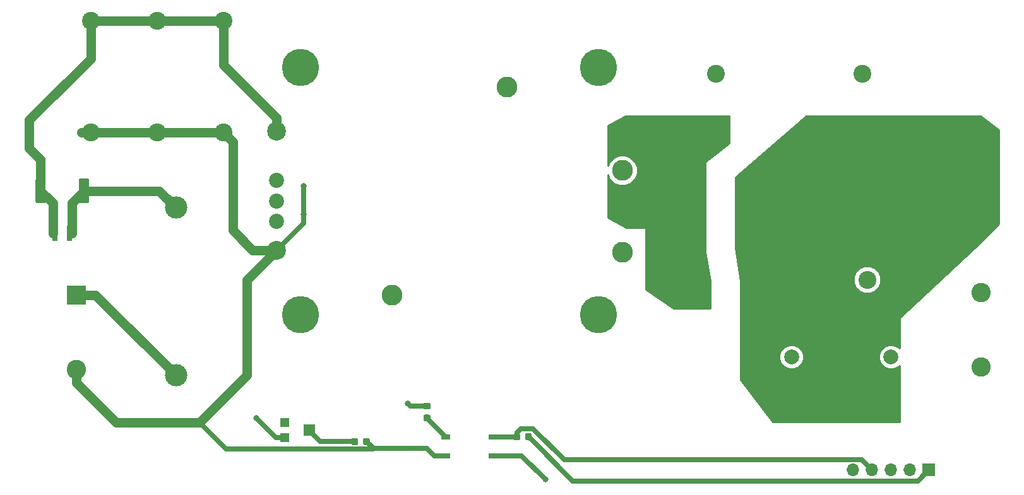
<source format=gbr>
G04 #@! TF.GenerationSoftware,KiCad,Pcbnew,(5.0.2)-1*
G04 #@! TF.CreationDate,2019-02-08T17:58:05-05:00*
G04 #@! TF.ProjectId,DC_DCBoard,44435f44-4342-46f6-9172-642e6b696361,rev?*
G04 #@! TF.SameCoordinates,Original*
G04 #@! TF.FileFunction,Copper,L1,Top*
G04 #@! TF.FilePolarity,Positive*
%FSLAX46Y46*%
G04 Gerber Fmt 4.6, Leading zero omitted, Abs format (unit mm)*
G04 Created by KiCad (PCBNEW (5.0.2)-1) date 2/8/2019 5:58:05 PM*
%MOMM*%
%LPD*%
G01*
G04 APERTURE LIST*
G04 #@! TA.AperFunction,ComponentPad*
%ADD10C,3.000000*%
G04 #@! TD*
G04 #@! TA.AperFunction,ComponentPad*
%ADD11C,4.990000*%
G04 #@! TD*
G04 #@! TA.AperFunction,ComponentPad*
%ADD12C,2.790000*%
G04 #@! TD*
G04 #@! TA.AperFunction,ComponentPad*
%ADD13C,2.020000*%
G04 #@! TD*
G04 #@! TA.AperFunction,ComponentPad*
%ADD14C,2.530000*%
G04 #@! TD*
G04 #@! TA.AperFunction,ComponentPad*
%ADD15C,2.400000*%
G04 #@! TD*
G04 #@! TA.AperFunction,ComponentPad*
%ADD16R,2.400000X2.400000*%
G04 #@! TD*
G04 #@! TA.AperFunction,ComponentPad*
%ADD17C,2.000000*%
G04 #@! TD*
G04 #@! TA.AperFunction,ComponentPad*
%ADD18R,2.000000X2.000000*%
G04 #@! TD*
G04 #@! TA.AperFunction,ComponentPad*
%ADD19C,2.600000*%
G04 #@! TD*
G04 #@! TA.AperFunction,ComponentPad*
%ADD20R,2.600000X2.600000*%
G04 #@! TD*
G04 #@! TA.AperFunction,SMDPad,CuDef*
%ADD21R,0.800000X2.000000*%
G04 #@! TD*
G04 #@! TA.AperFunction,SMDPad,CuDef*
%ADD22R,3.300000X3.300000*%
G04 #@! TD*
G04 #@! TA.AperFunction,Conductor*
%ADD23C,0.100000*%
G04 #@! TD*
G04 #@! TA.AperFunction,SMDPad,CuDef*
%ADD24C,1.350000*%
G04 #@! TD*
G04 #@! TA.AperFunction,SMDPad,CuDef*
%ADD25C,0.875000*%
G04 #@! TD*
G04 #@! TA.AperFunction,ComponentPad*
%ADD26O,1.700000X1.700000*%
G04 #@! TD*
G04 #@! TA.AperFunction,ComponentPad*
%ADD27R,1.700000X1.700000*%
G04 #@! TD*
G04 #@! TA.AperFunction,SMDPad,CuDef*
%ADD28R,1.500000X1.600000*%
G04 #@! TD*
G04 #@! TA.AperFunction,SMDPad,CuDef*
%ADD29R,1.200000X1.200000*%
G04 #@! TD*
G04 #@! TA.AperFunction,SMDPad,CuDef*
%ADD30R,1.200000X0.800000*%
G04 #@! TD*
G04 #@! TA.AperFunction,ViaPad*
%ADD31C,0.800000*%
G04 #@! TD*
G04 #@! TA.AperFunction,Conductor*
%ADD32C,1.270000*%
G04 #@! TD*
G04 #@! TA.AperFunction,Conductor*
%ADD33C,0.635000*%
G04 #@! TD*
G04 #@! TA.AperFunction,Conductor*
%ADD34C,0.254000*%
G04 #@! TD*
G04 APERTURE END LIST*
D10*
G04 #@! TO.P,F1,1*
G04 #@! TO.N,Net-(F1-Pad1)*
X81280000Y-118745000D03*
G04 #@! TO.P,F1,2*
G04 #@! TO.N,/HV+*
X81280000Y-96245000D03*
G04 #@! TD*
D11*
G04 #@! TO.P,U1,*
G04 #@! TO.N,*
X97955000Y-110580000D03*
X97955000Y-77380000D03*
X137955000Y-110580000D03*
X137955000Y-77380000D03*
D12*
X110245000Y-107950000D03*
X125665000Y-80010000D03*
G04 #@! TO.P,U1,9*
G04 #@! TO.N,Net-(C6-Pad1)*
X141145000Y-85730000D03*
G04 #@! TO.P,U1,8*
G04 #@! TO.N,GND*
X141145000Y-91230000D03*
G04 #@! TO.P,U1,7*
G04 #@! TO.N,Net-(C6-Pad1)*
X141145000Y-96730000D03*
G04 #@! TO.P,U1,6*
G04 #@! TO.N,GND*
X141145000Y-102230000D03*
D13*
G04 #@! TO.P,U1,4*
G04 #@! TO.N,/FAULT*
X94765000Y-98110000D03*
G04 #@! TO.P,U1,3*
G04 #@! TO.N,/EN*
X94765000Y-95360000D03*
G04 #@! TO.P,U1,2*
G04 #@! TO.N,/TRIM*
X94765000Y-92600000D03*
D14*
G04 #@! TO.P,U1,5*
G04 #@! TO.N,/HV-*
X94765000Y-101980000D03*
G04 #@! TO.P,U1,1*
G04 #@! TO.N,Net-(C1-Pad1)*
X94765000Y-85980000D03*
G04 #@! TD*
D15*
G04 #@! TO.P,C1,2*
G04 #@! TO.N,/HV-*
X87630000Y-86120000D03*
G04 #@! TO.P,C1,1*
G04 #@! TO.N,Net-(C1-Pad1)*
X87630000Y-71120000D03*
G04 #@! TD*
G04 #@! TO.P,C2,2*
G04 #@! TO.N,/HV-*
X69850000Y-86120000D03*
G04 #@! TO.P,C2,1*
G04 #@! TO.N,Net-(C1-Pad1)*
X69850000Y-71120000D03*
G04 #@! TD*
G04 #@! TO.P,C3,2*
G04 #@! TO.N,/HV-*
X78740000Y-86120000D03*
G04 #@! TO.P,C3,1*
G04 #@! TO.N,Net-(C1-Pad1)*
X78740000Y-71120000D03*
G04 #@! TD*
G04 #@! TO.P,C6,2*
G04 #@! TO.N,GND*
X153670000Y-78225000D03*
D16*
G04 #@! TO.P,C6,1*
G04 #@! TO.N,Net-(C6-Pad1)*
X153670000Y-85725000D03*
G04 #@! TD*
D15*
G04 #@! TO.P,C7,2*
G04 #@! TO.N,GND*
X173355000Y-78225000D03*
D16*
G04 #@! TO.P,C7,1*
G04 #@! TO.N,+12V*
X173355000Y-85725000D03*
G04 #@! TD*
D15*
G04 #@! TO.P,C8,2*
G04 #@! TO.N,GND*
X173990000Y-105925000D03*
D16*
G04 #@! TO.P,C8,1*
G04 #@! TO.N,+12V*
X173990000Y-98425000D03*
G04 #@! TD*
D17*
G04 #@! TO.P,C9,2*
G04 #@! TO.N,GND*
X177165000Y-116285000D03*
D18*
G04 #@! TO.P,C9,1*
G04 #@! TO.N,+12V*
X177165000Y-121285000D03*
G04 #@! TD*
D17*
G04 #@! TO.P,C11,2*
G04 #@! TO.N,GND*
X163830000Y-116285000D03*
D18*
G04 #@! TO.P,C11,1*
G04 #@! TO.N,+12V*
X163830000Y-121285000D03*
G04 #@! TD*
D19*
G04 #@! TO.P,J1,2*
G04 #@! TO.N,/HV-*
X67945000Y-117950000D03*
D20*
G04 #@! TO.P,J1,1*
G04 #@! TO.N,Net-(F1-Pad1)*
X67945000Y-107950000D03*
G04 #@! TD*
D19*
G04 #@! TO.P,J2,4*
G04 #@! TO.N,GND*
X189230000Y-117630000D03*
G04 #@! TO.P,J2,3*
X189230000Y-107630000D03*
G04 #@! TO.P,J2,2*
G04 #@! TO.N,+12V*
X189230000Y-97630000D03*
D20*
G04 #@! TO.P,J2,1*
X189230000Y-87630000D03*
G04 #@! TD*
D21*
G04 #@! TO.P,L1,2*
G04 #@! TO.N,Net-(C1-Pad1)*
X65040000Y-99695000D03*
G04 #@! TO.P,L1,1*
G04 #@! TO.N,/HV+*
X67040000Y-99695000D03*
G04 #@! TD*
D22*
G04 #@! TO.P,L2,2*
G04 #@! TO.N,+12V*
X158240000Y-99695000D03*
G04 #@! TO.P,L2,1*
G04 #@! TO.N,Net-(C6-Pad1)*
X150370000Y-99695000D03*
G04 #@! TD*
D23*
G04 #@! TO.N,/HV+*
G04 #@! TO.C,R1*
G36*
X69389505Y-92306204D02*
X69413773Y-92309804D01*
X69437572Y-92315765D01*
X69460671Y-92324030D01*
X69482850Y-92334520D01*
X69503893Y-92347132D01*
X69523599Y-92361747D01*
X69541777Y-92378223D01*
X69558253Y-92396401D01*
X69572868Y-92416107D01*
X69585480Y-92437150D01*
X69595970Y-92459329D01*
X69604235Y-92482428D01*
X69610196Y-92506227D01*
X69613796Y-92530495D01*
X69615000Y-92554999D01*
X69615000Y-95405001D01*
X69613796Y-95429505D01*
X69610196Y-95453773D01*
X69604235Y-95477572D01*
X69595970Y-95500671D01*
X69585480Y-95522850D01*
X69572868Y-95543893D01*
X69558253Y-95563599D01*
X69541777Y-95581777D01*
X69523599Y-95598253D01*
X69503893Y-95612868D01*
X69482850Y-95625480D01*
X69460671Y-95635970D01*
X69437572Y-95644235D01*
X69413773Y-95650196D01*
X69389505Y-95653796D01*
X69365001Y-95655000D01*
X68514999Y-95655000D01*
X68490495Y-95653796D01*
X68466227Y-95650196D01*
X68442428Y-95644235D01*
X68419329Y-95635970D01*
X68397150Y-95625480D01*
X68376107Y-95612868D01*
X68356401Y-95598253D01*
X68338223Y-95581777D01*
X68321747Y-95563599D01*
X68307132Y-95543893D01*
X68294520Y-95522850D01*
X68284030Y-95500671D01*
X68275765Y-95477572D01*
X68269804Y-95453773D01*
X68266204Y-95429505D01*
X68265000Y-95405001D01*
X68265000Y-92554999D01*
X68266204Y-92530495D01*
X68269804Y-92506227D01*
X68275765Y-92482428D01*
X68284030Y-92459329D01*
X68294520Y-92437150D01*
X68307132Y-92416107D01*
X68321747Y-92396401D01*
X68338223Y-92378223D01*
X68356401Y-92361747D01*
X68376107Y-92347132D01*
X68397150Y-92334520D01*
X68419329Y-92324030D01*
X68442428Y-92315765D01*
X68466227Y-92309804D01*
X68490495Y-92306204D01*
X68514999Y-92305000D01*
X69365001Y-92305000D01*
X69389505Y-92306204D01*
X69389505Y-92306204D01*
G37*
D24*
G04 #@! TD*
G04 #@! TO.P,R1,2*
G04 #@! TO.N,/HV+*
X68940000Y-93980000D03*
D23*
G04 #@! TO.N,Net-(C1-Pad1)*
G04 #@! TO.C,R1*
G36*
X63589505Y-92306204D02*
X63613773Y-92309804D01*
X63637572Y-92315765D01*
X63660671Y-92324030D01*
X63682850Y-92334520D01*
X63703893Y-92347132D01*
X63723599Y-92361747D01*
X63741777Y-92378223D01*
X63758253Y-92396401D01*
X63772868Y-92416107D01*
X63785480Y-92437150D01*
X63795970Y-92459329D01*
X63804235Y-92482428D01*
X63810196Y-92506227D01*
X63813796Y-92530495D01*
X63815000Y-92554999D01*
X63815000Y-95405001D01*
X63813796Y-95429505D01*
X63810196Y-95453773D01*
X63804235Y-95477572D01*
X63795970Y-95500671D01*
X63785480Y-95522850D01*
X63772868Y-95543893D01*
X63758253Y-95563599D01*
X63741777Y-95581777D01*
X63723599Y-95598253D01*
X63703893Y-95612868D01*
X63682850Y-95625480D01*
X63660671Y-95635970D01*
X63637572Y-95644235D01*
X63613773Y-95650196D01*
X63589505Y-95653796D01*
X63565001Y-95655000D01*
X62714999Y-95655000D01*
X62690495Y-95653796D01*
X62666227Y-95650196D01*
X62642428Y-95644235D01*
X62619329Y-95635970D01*
X62597150Y-95625480D01*
X62576107Y-95612868D01*
X62556401Y-95598253D01*
X62538223Y-95581777D01*
X62521747Y-95563599D01*
X62507132Y-95543893D01*
X62494520Y-95522850D01*
X62484030Y-95500671D01*
X62475765Y-95477572D01*
X62469804Y-95453773D01*
X62466204Y-95429505D01*
X62465000Y-95405001D01*
X62465000Y-92554999D01*
X62466204Y-92530495D01*
X62469804Y-92506227D01*
X62475765Y-92482428D01*
X62484030Y-92459329D01*
X62494520Y-92437150D01*
X62507132Y-92416107D01*
X62521747Y-92396401D01*
X62538223Y-92378223D01*
X62556401Y-92361747D01*
X62576107Y-92347132D01*
X62597150Y-92334520D01*
X62619329Y-92324030D01*
X62642428Y-92315765D01*
X62666227Y-92309804D01*
X62690495Y-92306204D01*
X62714999Y-92305000D01*
X63565001Y-92305000D01*
X63589505Y-92306204D01*
X63589505Y-92306204D01*
G37*
D24*
G04 #@! TD*
G04 #@! TO.P,R1,1*
G04 #@! TO.N,Net-(C1-Pad1)*
X63140000Y-93980000D03*
D23*
G04 #@! TO.N,/FAULT*
G04 #@! TO.C,R6*
G36*
X115212691Y-122448553D02*
X115233926Y-122451703D01*
X115254750Y-122456919D01*
X115274962Y-122464151D01*
X115294368Y-122473330D01*
X115312781Y-122484366D01*
X115330024Y-122497154D01*
X115345930Y-122511570D01*
X115360346Y-122527476D01*
X115373134Y-122544719D01*
X115384170Y-122563132D01*
X115393349Y-122582538D01*
X115400581Y-122602750D01*
X115405797Y-122623574D01*
X115408947Y-122644809D01*
X115410000Y-122666250D01*
X115410000Y-123103750D01*
X115408947Y-123125191D01*
X115405797Y-123146426D01*
X115400581Y-123167250D01*
X115393349Y-123187462D01*
X115384170Y-123206868D01*
X115373134Y-123225281D01*
X115360346Y-123242524D01*
X115345930Y-123258430D01*
X115330024Y-123272846D01*
X115312781Y-123285634D01*
X115294368Y-123296670D01*
X115274962Y-123305849D01*
X115254750Y-123313081D01*
X115233926Y-123318297D01*
X115212691Y-123321447D01*
X115191250Y-123322500D01*
X114678750Y-123322500D01*
X114657309Y-123321447D01*
X114636074Y-123318297D01*
X114615250Y-123313081D01*
X114595038Y-123305849D01*
X114575632Y-123296670D01*
X114557219Y-123285634D01*
X114539976Y-123272846D01*
X114524070Y-123258430D01*
X114509654Y-123242524D01*
X114496866Y-123225281D01*
X114485830Y-123206868D01*
X114476651Y-123187462D01*
X114469419Y-123167250D01*
X114464203Y-123146426D01*
X114461053Y-123125191D01*
X114460000Y-123103750D01*
X114460000Y-122666250D01*
X114461053Y-122644809D01*
X114464203Y-122623574D01*
X114469419Y-122602750D01*
X114476651Y-122582538D01*
X114485830Y-122563132D01*
X114496866Y-122544719D01*
X114509654Y-122527476D01*
X114524070Y-122511570D01*
X114539976Y-122497154D01*
X114557219Y-122484366D01*
X114575632Y-122473330D01*
X114595038Y-122464151D01*
X114615250Y-122456919D01*
X114636074Y-122451703D01*
X114657309Y-122448553D01*
X114678750Y-122447500D01*
X115191250Y-122447500D01*
X115212691Y-122448553D01*
X115212691Y-122448553D01*
G37*
D25*
G04 #@! TD*
G04 #@! TO.P,R6,2*
G04 #@! TO.N,/FAULT*
X114935000Y-122885000D03*
D23*
G04 #@! TO.N,Net-(R6-Pad1)*
G04 #@! TO.C,R6*
G36*
X115212691Y-124023553D02*
X115233926Y-124026703D01*
X115254750Y-124031919D01*
X115274962Y-124039151D01*
X115294368Y-124048330D01*
X115312781Y-124059366D01*
X115330024Y-124072154D01*
X115345930Y-124086570D01*
X115360346Y-124102476D01*
X115373134Y-124119719D01*
X115384170Y-124138132D01*
X115393349Y-124157538D01*
X115400581Y-124177750D01*
X115405797Y-124198574D01*
X115408947Y-124219809D01*
X115410000Y-124241250D01*
X115410000Y-124678750D01*
X115408947Y-124700191D01*
X115405797Y-124721426D01*
X115400581Y-124742250D01*
X115393349Y-124762462D01*
X115384170Y-124781868D01*
X115373134Y-124800281D01*
X115360346Y-124817524D01*
X115345930Y-124833430D01*
X115330024Y-124847846D01*
X115312781Y-124860634D01*
X115294368Y-124871670D01*
X115274962Y-124880849D01*
X115254750Y-124888081D01*
X115233926Y-124893297D01*
X115212691Y-124896447D01*
X115191250Y-124897500D01*
X114678750Y-124897500D01*
X114657309Y-124896447D01*
X114636074Y-124893297D01*
X114615250Y-124888081D01*
X114595038Y-124880849D01*
X114575632Y-124871670D01*
X114557219Y-124860634D01*
X114539976Y-124847846D01*
X114524070Y-124833430D01*
X114509654Y-124817524D01*
X114496866Y-124800281D01*
X114485830Y-124781868D01*
X114476651Y-124762462D01*
X114469419Y-124742250D01*
X114464203Y-124721426D01*
X114461053Y-124700191D01*
X114460000Y-124678750D01*
X114460000Y-124241250D01*
X114461053Y-124219809D01*
X114464203Y-124198574D01*
X114469419Y-124177750D01*
X114476651Y-124157538D01*
X114485830Y-124138132D01*
X114496866Y-124119719D01*
X114509654Y-124102476D01*
X114524070Y-124086570D01*
X114539976Y-124072154D01*
X114557219Y-124059366D01*
X114575632Y-124048330D01*
X114595038Y-124039151D01*
X114615250Y-124031919D01*
X114636074Y-124026703D01*
X114657309Y-124023553D01*
X114678750Y-124022500D01*
X115191250Y-124022500D01*
X115212691Y-124023553D01*
X115212691Y-124023553D01*
G37*
D25*
G04 #@! TD*
G04 #@! TO.P,R6,1*
G04 #@! TO.N,Net-(R6-Pad1)*
X114935000Y-124460000D03*
D23*
G04 #@! TO.N,+5V*
G04 #@! TO.C,R9*
G36*
X128815191Y-126526053D02*
X128836426Y-126529203D01*
X128857250Y-126534419D01*
X128877462Y-126541651D01*
X128896868Y-126550830D01*
X128915281Y-126561866D01*
X128932524Y-126574654D01*
X128948430Y-126589070D01*
X128962846Y-126604976D01*
X128975634Y-126622219D01*
X128986670Y-126640632D01*
X128995849Y-126660038D01*
X129003081Y-126680250D01*
X129008297Y-126701074D01*
X129011447Y-126722309D01*
X129012500Y-126743750D01*
X129012500Y-127256250D01*
X129011447Y-127277691D01*
X129008297Y-127298926D01*
X129003081Y-127319750D01*
X128995849Y-127339962D01*
X128986670Y-127359368D01*
X128975634Y-127377781D01*
X128962846Y-127395024D01*
X128948430Y-127410930D01*
X128932524Y-127425346D01*
X128915281Y-127438134D01*
X128896868Y-127449170D01*
X128877462Y-127458349D01*
X128857250Y-127465581D01*
X128836426Y-127470797D01*
X128815191Y-127473947D01*
X128793750Y-127475000D01*
X128356250Y-127475000D01*
X128334809Y-127473947D01*
X128313574Y-127470797D01*
X128292750Y-127465581D01*
X128272538Y-127458349D01*
X128253132Y-127449170D01*
X128234719Y-127438134D01*
X128217476Y-127425346D01*
X128201570Y-127410930D01*
X128187154Y-127395024D01*
X128174366Y-127377781D01*
X128163330Y-127359368D01*
X128154151Y-127339962D01*
X128146919Y-127319750D01*
X128141703Y-127298926D01*
X128138553Y-127277691D01*
X128137500Y-127256250D01*
X128137500Y-126743750D01*
X128138553Y-126722309D01*
X128141703Y-126701074D01*
X128146919Y-126680250D01*
X128154151Y-126660038D01*
X128163330Y-126640632D01*
X128174366Y-126622219D01*
X128187154Y-126604976D01*
X128201570Y-126589070D01*
X128217476Y-126574654D01*
X128234719Y-126561866D01*
X128253132Y-126550830D01*
X128272538Y-126541651D01*
X128292750Y-126534419D01*
X128313574Y-126529203D01*
X128334809Y-126526053D01*
X128356250Y-126525000D01*
X128793750Y-126525000D01*
X128815191Y-126526053D01*
X128815191Y-126526053D01*
G37*
D25*
G04 #@! TD*
G04 #@! TO.P,R9,2*
G04 #@! TO.N,+5V*
X128575000Y-127000000D03*
D23*
G04 #@! TO.N,/DC_DC_FAULT*
G04 #@! TO.C,R9*
G36*
X127240191Y-126526053D02*
X127261426Y-126529203D01*
X127282250Y-126534419D01*
X127302462Y-126541651D01*
X127321868Y-126550830D01*
X127340281Y-126561866D01*
X127357524Y-126574654D01*
X127373430Y-126589070D01*
X127387846Y-126604976D01*
X127400634Y-126622219D01*
X127411670Y-126640632D01*
X127420849Y-126660038D01*
X127428081Y-126680250D01*
X127433297Y-126701074D01*
X127436447Y-126722309D01*
X127437500Y-126743750D01*
X127437500Y-127256250D01*
X127436447Y-127277691D01*
X127433297Y-127298926D01*
X127428081Y-127319750D01*
X127420849Y-127339962D01*
X127411670Y-127359368D01*
X127400634Y-127377781D01*
X127387846Y-127395024D01*
X127373430Y-127410930D01*
X127357524Y-127425346D01*
X127340281Y-127438134D01*
X127321868Y-127449170D01*
X127302462Y-127458349D01*
X127282250Y-127465581D01*
X127261426Y-127470797D01*
X127240191Y-127473947D01*
X127218750Y-127475000D01*
X126781250Y-127475000D01*
X126759809Y-127473947D01*
X126738574Y-127470797D01*
X126717750Y-127465581D01*
X126697538Y-127458349D01*
X126678132Y-127449170D01*
X126659719Y-127438134D01*
X126642476Y-127425346D01*
X126626570Y-127410930D01*
X126612154Y-127395024D01*
X126599366Y-127377781D01*
X126588330Y-127359368D01*
X126579151Y-127339962D01*
X126571919Y-127319750D01*
X126566703Y-127298926D01*
X126563553Y-127277691D01*
X126562500Y-127256250D01*
X126562500Y-126743750D01*
X126563553Y-126722309D01*
X126566703Y-126701074D01*
X126571919Y-126680250D01*
X126579151Y-126660038D01*
X126588330Y-126640632D01*
X126599366Y-126622219D01*
X126612154Y-126604976D01*
X126626570Y-126589070D01*
X126642476Y-126574654D01*
X126659719Y-126561866D01*
X126678132Y-126550830D01*
X126697538Y-126541651D01*
X126717750Y-126534419D01*
X126738574Y-126529203D01*
X126759809Y-126526053D01*
X126781250Y-126525000D01*
X127218750Y-126525000D01*
X127240191Y-126526053D01*
X127240191Y-126526053D01*
G37*
D25*
G04 #@! TD*
G04 #@! TO.P,R9,1*
G04 #@! TO.N,/DC_DC_FAULT*
X127000000Y-127000000D03*
D23*
G04 #@! TO.N,Net-(C6-Pad1)*
G04 #@! TO.C,R11*
G36*
X152489505Y-106276204D02*
X152513773Y-106279804D01*
X152537572Y-106285765D01*
X152560671Y-106294030D01*
X152582850Y-106304520D01*
X152603893Y-106317132D01*
X152623599Y-106331747D01*
X152641777Y-106348223D01*
X152658253Y-106366401D01*
X152672868Y-106386107D01*
X152685480Y-106407150D01*
X152695970Y-106429329D01*
X152704235Y-106452428D01*
X152710196Y-106476227D01*
X152713796Y-106500495D01*
X152715000Y-106524999D01*
X152715000Y-109375001D01*
X152713796Y-109399505D01*
X152710196Y-109423773D01*
X152704235Y-109447572D01*
X152695970Y-109470671D01*
X152685480Y-109492850D01*
X152672868Y-109513893D01*
X152658253Y-109533599D01*
X152641777Y-109551777D01*
X152623599Y-109568253D01*
X152603893Y-109582868D01*
X152582850Y-109595480D01*
X152560671Y-109605970D01*
X152537572Y-109614235D01*
X152513773Y-109620196D01*
X152489505Y-109623796D01*
X152465001Y-109625000D01*
X151614999Y-109625000D01*
X151590495Y-109623796D01*
X151566227Y-109620196D01*
X151542428Y-109614235D01*
X151519329Y-109605970D01*
X151497150Y-109595480D01*
X151476107Y-109582868D01*
X151456401Y-109568253D01*
X151438223Y-109551777D01*
X151421747Y-109533599D01*
X151407132Y-109513893D01*
X151394520Y-109492850D01*
X151384030Y-109470671D01*
X151375765Y-109447572D01*
X151369804Y-109423773D01*
X151366204Y-109399505D01*
X151365000Y-109375001D01*
X151365000Y-106524999D01*
X151366204Y-106500495D01*
X151369804Y-106476227D01*
X151375765Y-106452428D01*
X151384030Y-106429329D01*
X151394520Y-106407150D01*
X151407132Y-106386107D01*
X151421747Y-106366401D01*
X151438223Y-106348223D01*
X151456401Y-106331747D01*
X151476107Y-106317132D01*
X151497150Y-106304520D01*
X151519329Y-106294030D01*
X151542428Y-106285765D01*
X151566227Y-106279804D01*
X151590495Y-106276204D01*
X151614999Y-106275000D01*
X152465001Y-106275000D01*
X152489505Y-106276204D01*
X152489505Y-106276204D01*
G37*
D24*
G04 #@! TD*
G04 #@! TO.P,R11,2*
G04 #@! TO.N,Net-(C6-Pad1)*
X152040000Y-107950000D03*
D23*
G04 #@! TO.N,+12V*
G04 #@! TO.C,R11*
G36*
X158289505Y-106276204D02*
X158313773Y-106279804D01*
X158337572Y-106285765D01*
X158360671Y-106294030D01*
X158382850Y-106304520D01*
X158403893Y-106317132D01*
X158423599Y-106331747D01*
X158441777Y-106348223D01*
X158458253Y-106366401D01*
X158472868Y-106386107D01*
X158485480Y-106407150D01*
X158495970Y-106429329D01*
X158504235Y-106452428D01*
X158510196Y-106476227D01*
X158513796Y-106500495D01*
X158515000Y-106524999D01*
X158515000Y-109375001D01*
X158513796Y-109399505D01*
X158510196Y-109423773D01*
X158504235Y-109447572D01*
X158495970Y-109470671D01*
X158485480Y-109492850D01*
X158472868Y-109513893D01*
X158458253Y-109533599D01*
X158441777Y-109551777D01*
X158423599Y-109568253D01*
X158403893Y-109582868D01*
X158382850Y-109595480D01*
X158360671Y-109605970D01*
X158337572Y-109614235D01*
X158313773Y-109620196D01*
X158289505Y-109623796D01*
X158265001Y-109625000D01*
X157414999Y-109625000D01*
X157390495Y-109623796D01*
X157366227Y-109620196D01*
X157342428Y-109614235D01*
X157319329Y-109605970D01*
X157297150Y-109595480D01*
X157276107Y-109582868D01*
X157256401Y-109568253D01*
X157238223Y-109551777D01*
X157221747Y-109533599D01*
X157207132Y-109513893D01*
X157194520Y-109492850D01*
X157184030Y-109470671D01*
X157175765Y-109447572D01*
X157169804Y-109423773D01*
X157166204Y-109399505D01*
X157165000Y-109375001D01*
X157165000Y-106524999D01*
X157166204Y-106500495D01*
X157169804Y-106476227D01*
X157175765Y-106452428D01*
X157184030Y-106429329D01*
X157194520Y-106407150D01*
X157207132Y-106386107D01*
X157221747Y-106366401D01*
X157238223Y-106348223D01*
X157256401Y-106331747D01*
X157276107Y-106317132D01*
X157297150Y-106304520D01*
X157319329Y-106294030D01*
X157342428Y-106285765D01*
X157366227Y-106279804D01*
X157390495Y-106276204D01*
X157414999Y-106275000D01*
X158265001Y-106275000D01*
X158289505Y-106276204D01*
X158289505Y-106276204D01*
G37*
D24*
G04 #@! TD*
G04 #@! TO.P,R11,1*
G04 #@! TO.N,+12V*
X157840000Y-107950000D03*
D26*
G04 #@! TO.P,J3,5*
G04 #@! TO.N,GND*
X172085000Y-131445000D03*
G04 #@! TO.P,J3,4*
G04 #@! TO.N,/DC_DC_FAULT*
X174625000Y-131445000D03*
G04 #@! TO.P,J3,3*
G04 #@! TO.N,/DC_DC_EN*
X177165000Y-131445000D03*
G04 #@! TO.P,J3,2*
G04 #@! TO.N,/TRIM_EN*
X179705000Y-131445000D03*
D27*
G04 #@! TO.P,J3,1*
G04 #@! TO.N,+5V*
X182245000Y-131445000D03*
G04 #@! TD*
D23*
G04 #@! TO.N,/HV-*
G04 #@! TO.C,R2*
G36*
X107072691Y-127161053D02*
X107093926Y-127164203D01*
X107114750Y-127169419D01*
X107134962Y-127176651D01*
X107154368Y-127185830D01*
X107172781Y-127196866D01*
X107190024Y-127209654D01*
X107205930Y-127224070D01*
X107220346Y-127239976D01*
X107233134Y-127257219D01*
X107244170Y-127275632D01*
X107253349Y-127295038D01*
X107260581Y-127315250D01*
X107265797Y-127336074D01*
X107268947Y-127357309D01*
X107270000Y-127378750D01*
X107270000Y-127891250D01*
X107268947Y-127912691D01*
X107265797Y-127933926D01*
X107260581Y-127954750D01*
X107253349Y-127974962D01*
X107244170Y-127994368D01*
X107233134Y-128012781D01*
X107220346Y-128030024D01*
X107205930Y-128045930D01*
X107190024Y-128060346D01*
X107172781Y-128073134D01*
X107154368Y-128084170D01*
X107134962Y-128093349D01*
X107114750Y-128100581D01*
X107093926Y-128105797D01*
X107072691Y-128108947D01*
X107051250Y-128110000D01*
X106613750Y-128110000D01*
X106592309Y-128108947D01*
X106571074Y-128105797D01*
X106550250Y-128100581D01*
X106530038Y-128093349D01*
X106510632Y-128084170D01*
X106492219Y-128073134D01*
X106474976Y-128060346D01*
X106459070Y-128045930D01*
X106444654Y-128030024D01*
X106431866Y-128012781D01*
X106420830Y-127994368D01*
X106411651Y-127974962D01*
X106404419Y-127954750D01*
X106399203Y-127933926D01*
X106396053Y-127912691D01*
X106395000Y-127891250D01*
X106395000Y-127378750D01*
X106396053Y-127357309D01*
X106399203Y-127336074D01*
X106404419Y-127315250D01*
X106411651Y-127295038D01*
X106420830Y-127275632D01*
X106431866Y-127257219D01*
X106444654Y-127239976D01*
X106459070Y-127224070D01*
X106474976Y-127209654D01*
X106492219Y-127196866D01*
X106510632Y-127185830D01*
X106530038Y-127176651D01*
X106550250Y-127169419D01*
X106571074Y-127164203D01*
X106592309Y-127161053D01*
X106613750Y-127160000D01*
X107051250Y-127160000D01*
X107072691Y-127161053D01*
X107072691Y-127161053D01*
G37*
D25*
G04 #@! TD*
G04 #@! TO.P,R2,2*
G04 #@! TO.N,/HV-*
X106832500Y-127635000D03*
D23*
G04 #@! TO.N,Net-(R2-Pad1)*
G04 #@! TO.C,R2*
G36*
X105497691Y-127161053D02*
X105518926Y-127164203D01*
X105539750Y-127169419D01*
X105559962Y-127176651D01*
X105579368Y-127185830D01*
X105597781Y-127196866D01*
X105615024Y-127209654D01*
X105630930Y-127224070D01*
X105645346Y-127239976D01*
X105658134Y-127257219D01*
X105669170Y-127275632D01*
X105678349Y-127295038D01*
X105685581Y-127315250D01*
X105690797Y-127336074D01*
X105693947Y-127357309D01*
X105695000Y-127378750D01*
X105695000Y-127891250D01*
X105693947Y-127912691D01*
X105690797Y-127933926D01*
X105685581Y-127954750D01*
X105678349Y-127974962D01*
X105669170Y-127994368D01*
X105658134Y-128012781D01*
X105645346Y-128030024D01*
X105630930Y-128045930D01*
X105615024Y-128060346D01*
X105597781Y-128073134D01*
X105579368Y-128084170D01*
X105559962Y-128093349D01*
X105539750Y-128100581D01*
X105518926Y-128105797D01*
X105497691Y-128108947D01*
X105476250Y-128110000D01*
X105038750Y-128110000D01*
X105017309Y-128108947D01*
X104996074Y-128105797D01*
X104975250Y-128100581D01*
X104955038Y-128093349D01*
X104935632Y-128084170D01*
X104917219Y-128073134D01*
X104899976Y-128060346D01*
X104884070Y-128045930D01*
X104869654Y-128030024D01*
X104856866Y-128012781D01*
X104845830Y-127994368D01*
X104836651Y-127974962D01*
X104829419Y-127954750D01*
X104824203Y-127933926D01*
X104821053Y-127912691D01*
X104820000Y-127891250D01*
X104820000Y-127378750D01*
X104821053Y-127357309D01*
X104824203Y-127336074D01*
X104829419Y-127315250D01*
X104836651Y-127295038D01*
X104845830Y-127275632D01*
X104856866Y-127257219D01*
X104869654Y-127239976D01*
X104884070Y-127224070D01*
X104899976Y-127209654D01*
X104917219Y-127196866D01*
X104935632Y-127185830D01*
X104955038Y-127176651D01*
X104975250Y-127169419D01*
X104996074Y-127164203D01*
X105017309Y-127161053D01*
X105038750Y-127160000D01*
X105476250Y-127160000D01*
X105497691Y-127161053D01*
X105497691Y-127161053D01*
G37*
D25*
G04 #@! TD*
G04 #@! TO.P,R2,1*
G04 #@! TO.N,Net-(R2-Pad1)*
X105257500Y-127635000D03*
D28*
G04 #@! TO.P,RV1,2*
G04 #@! TO.N,Net-(R2-Pad1)*
X99135000Y-126095000D03*
D29*
G04 #@! TO.P,RV1,3*
G04 #@! TO.N,/TRIM*
X95885000Y-127095000D03*
G04 #@! TO.P,RV1,1*
G04 #@! TO.N,N/C*
X95885000Y-125095000D03*
G04 #@! TD*
D30*
G04 #@! TO.P,U3,1*
G04 #@! TO.N,Net-(R6-Pad1)*
X117475000Y-127000000D03*
G04 #@! TO.P,U3,6*
G04 #@! TO.N,/DC_DC_FAULT*
X123775000Y-127000000D03*
G04 #@! TO.P,U3,3*
G04 #@! TO.N,/HV-*
X117475000Y-129540000D03*
G04 #@! TO.P,U3,4*
G04 #@! TO.N,GND*
X123775000Y-129540000D03*
G04 #@! TD*
D31*
G04 #@! TO.N,/HV-*
X98425000Y-93345000D03*
X98425000Y-97155000D03*
G04 #@! TO.N,GND*
X130810000Y-132715000D03*
G04 #@! TO.N,/TRIM*
X92075000Y-124460000D03*
G04 #@! TO.N,/FAULT*
X112395000Y-122555000D03*
G04 #@! TD*
D32*
G04 #@! TO.N,Net-(C1-Pad1)*
X63140000Y-93980000D02*
X63140000Y-89810000D01*
X63140000Y-89810000D02*
X61595000Y-88265000D01*
X64770000Y-95610000D02*
X63140000Y-93980000D01*
X64770000Y-99695000D02*
X64770000Y-95610000D01*
X87630000Y-72817056D02*
X87630000Y-71120000D01*
X87630000Y-77056020D02*
X87630000Y-72817056D01*
X94765000Y-84191020D02*
X87630000Y-77056020D01*
X94765000Y-85980000D02*
X94765000Y-84191020D01*
X61595000Y-88265000D02*
X61595000Y-84455000D01*
X61595000Y-84455000D02*
X69850000Y-76200000D01*
X69850000Y-76200000D02*
X69850000Y-71120000D01*
X87630000Y-71120000D02*
X69850000Y-71120000D01*
G04 #@! TO.N,/HV-*
X67945000Y-119788477D02*
X67945000Y-117950000D01*
X73251523Y-125095000D02*
X67945000Y-119788477D01*
X84455000Y-125095000D02*
X73251523Y-125095000D01*
X90805000Y-118745000D02*
X84455000Y-125095000D01*
X94765000Y-101980000D02*
X90805000Y-105940000D01*
X90805000Y-105940000D02*
X90805000Y-118745000D01*
X94765000Y-101980000D02*
X91590000Y-101980000D01*
X91590000Y-101980000D02*
X88900000Y-99290000D01*
D33*
X115900000Y-129540000D02*
X114935000Y-128575000D01*
X117475000Y-129540000D02*
X115900000Y-129540000D01*
X85905001Y-126545001D02*
X84455000Y-125095000D01*
X94765000Y-101980000D02*
X98425000Y-98320000D01*
X98425000Y-98320000D02*
X98425000Y-97155000D01*
X98425000Y-93345000D02*
X98425000Y-97155000D01*
X107772500Y-128575000D02*
X106832500Y-127635000D01*
X114935000Y-128575000D02*
X107772500Y-128575000D01*
X87990710Y-128630710D02*
X85905001Y-126545001D01*
X107716790Y-128630710D02*
X87990710Y-128630710D01*
X107772500Y-128575000D02*
X107716790Y-128630710D01*
D32*
X88900000Y-87390000D02*
X87630000Y-86120000D01*
X88900000Y-99290000D02*
X88900000Y-87390000D01*
X87630000Y-86120000D02*
X68580000Y-86120000D01*
D33*
G04 #@! TO.N,GND*
X127635000Y-129540000D02*
X130810000Y-132715000D01*
X123775000Y-129540000D02*
X127635000Y-129540000D01*
G04 #@! TO.N,+5V*
X129036612Y-127461612D02*
X128575000Y-127000000D01*
X134492301Y-132917301D02*
X129036612Y-127461612D01*
X180772699Y-132917301D02*
X134492301Y-132917301D01*
X182245000Y-131445000D02*
X180772699Y-132917301D01*
D32*
G04 #@! TO.N,Net-(F1-Pad1)*
X70485000Y-107950000D02*
X67945000Y-107950000D01*
X81280000Y-118745000D02*
X70485000Y-107950000D01*
G04 #@! TO.N,/HV+*
X79015000Y-93980000D02*
X81280000Y-96245000D01*
X68940000Y-93980000D02*
X79015000Y-93980000D01*
X67310000Y-95610000D02*
X68940000Y-93980000D01*
X67310000Y-99695000D02*
X67310000Y-95610000D01*
D33*
G04 #@! TO.N,/TRIM*
X94650000Y-127095000D02*
X92075000Y-124520000D01*
X95885000Y-127095000D02*
X94650000Y-127095000D01*
G04 #@! TO.N,Net-(R6-Pad1)*
X114935000Y-124460000D02*
X117475000Y-127000000D01*
G04 #@! TO.N,/FAULT*
X112725000Y-122885000D02*
X112395000Y-122555000D01*
X114935000Y-122885000D02*
X112725000Y-122885000D01*
G04 #@! TO.N,/DC_DC_FAULT*
X123775000Y-127000000D02*
X127000000Y-127000000D01*
X129142132Y-125902690D02*
X133350000Y-130110558D01*
X127522310Y-125902690D02*
X129142132Y-125902690D01*
X127000000Y-127000000D02*
X127000000Y-126425000D01*
X127000000Y-126425000D02*
X127522310Y-125902690D01*
X173775001Y-130595001D02*
X174625000Y-131445000D01*
X173254299Y-130074299D02*
X173775001Y-130595001D01*
X133386259Y-130074299D02*
X173254299Y-130074299D01*
X133350000Y-130110558D02*
X133386259Y-130074299D01*
G04 #@! TO.N,Net-(R2-Pad1)*
X99135000Y-126145000D02*
X99135000Y-126095000D01*
X100625000Y-127635000D02*
X99135000Y-126145000D01*
X105257500Y-127635000D02*
X100625000Y-127635000D01*
G04 #@! TD*
D34*
G04 #@! TO.N,Net-(C6-Pad1)*
G36*
X155448000Y-87568961D02*
X152320664Y-90070830D01*
X152288752Y-90108739D01*
X152273000Y-90170000D01*
X152273000Y-102235000D01*
X152274728Y-102255879D01*
X152908000Y-106055511D01*
X152908000Y-109728000D01*
X147993452Y-109728000D01*
X144272000Y-107247032D01*
X144272000Y-99060000D01*
X144262333Y-99011399D01*
X144234803Y-98970197D01*
X144193601Y-98942667D01*
X144145000Y-98933000D01*
X141638267Y-98933000D01*
X139192000Y-97556975D01*
X139192000Y-91819687D01*
X139424049Y-92379903D01*
X139995097Y-92950951D01*
X140741208Y-93260000D01*
X141548792Y-93260000D01*
X142294903Y-92950951D01*
X142865951Y-92379903D01*
X143175000Y-91633792D01*
X143175000Y-90826208D01*
X142865951Y-90080097D01*
X142294903Y-89509049D01*
X141548792Y-89200000D01*
X140741208Y-89200000D01*
X139995097Y-89509049D01*
X139424049Y-90080097D01*
X139192000Y-90640313D01*
X139192000Y-85168490D01*
X141634980Y-83947000D01*
X155448000Y-83947000D01*
X155448000Y-87568961D01*
X155448000Y-87568961D01*
G37*
X155448000Y-87568961D02*
X152320664Y-90070830D01*
X152288752Y-90108739D01*
X152273000Y-90170000D01*
X152273000Y-102235000D01*
X152274728Y-102255879D01*
X152908000Y-106055511D01*
X152908000Y-109728000D01*
X147993452Y-109728000D01*
X144272000Y-107247032D01*
X144272000Y-99060000D01*
X144262333Y-99011399D01*
X144234803Y-98970197D01*
X144193601Y-98942667D01*
X144145000Y-98933000D01*
X141638267Y-98933000D01*
X139192000Y-97556975D01*
X139192000Y-91819687D01*
X139424049Y-92379903D01*
X139995097Y-92950951D01*
X140741208Y-93260000D01*
X141548792Y-93260000D01*
X142294903Y-92950951D01*
X142865951Y-92379903D01*
X143175000Y-91633792D01*
X143175000Y-90826208D01*
X142865951Y-90080097D01*
X142294903Y-89509049D01*
X141548792Y-89200000D01*
X140741208Y-89200000D01*
X139995097Y-89509049D01*
X139424049Y-90080097D01*
X139192000Y-90640313D01*
X139192000Y-85168490D01*
X141634980Y-83947000D01*
X155448000Y-83947000D01*
X155448000Y-87568961D01*
G04 #@! TO.N,+12V*
G36*
X191643000Y-85788500D02*
X191643000Y-98372394D01*
X188506635Y-101508759D01*
X178348139Y-111032349D01*
X178319295Y-111072642D01*
X178308000Y-111125000D01*
X178308000Y-115115761D01*
X178091153Y-114898914D01*
X177490222Y-114650000D01*
X176839778Y-114650000D01*
X176238847Y-114898914D01*
X175778914Y-115358847D01*
X175530000Y-115959778D01*
X175530000Y-116610222D01*
X175778914Y-117211153D01*
X176238847Y-117671086D01*
X176839778Y-117920000D01*
X177490222Y-117920000D01*
X178091153Y-117671086D01*
X178308000Y-117454239D01*
X178308000Y-124968000D01*
X161352114Y-124968000D01*
X156972000Y-119336425D01*
X156972000Y-115959778D01*
X162195000Y-115959778D01*
X162195000Y-116610222D01*
X162443914Y-117211153D01*
X162903847Y-117671086D01*
X163504778Y-117920000D01*
X164155222Y-117920000D01*
X164756153Y-117671086D01*
X165216086Y-117211153D01*
X165465000Y-116610222D01*
X165465000Y-115959778D01*
X165216086Y-115358847D01*
X164756153Y-114898914D01*
X164155222Y-114650000D01*
X163504778Y-114650000D01*
X162903847Y-114898914D01*
X162443914Y-115358847D01*
X162195000Y-115959778D01*
X156972000Y-115959778D01*
X156972000Y-106045000D01*
X156970724Y-106027039D01*
X156904004Y-105559996D01*
X172155000Y-105559996D01*
X172155000Y-106290004D01*
X172434362Y-106964444D01*
X172950556Y-107480638D01*
X173624996Y-107760000D01*
X174355004Y-107760000D01*
X175029444Y-107480638D01*
X175545638Y-106964444D01*
X175825000Y-106290004D01*
X175825000Y-105559996D01*
X175545638Y-104885556D01*
X175029444Y-104369362D01*
X174355004Y-104090000D01*
X173624996Y-104090000D01*
X172950556Y-104369362D01*
X172434362Y-104885556D01*
X172155000Y-105559996D01*
X156904004Y-105559996D01*
X156337000Y-101590971D01*
X156337000Y-92132992D01*
X165782376Y-83947000D01*
X189187667Y-83947000D01*
X191643000Y-85788500D01*
X191643000Y-85788500D01*
G37*
X191643000Y-85788500D02*
X191643000Y-98372394D01*
X188506635Y-101508759D01*
X178348139Y-111032349D01*
X178319295Y-111072642D01*
X178308000Y-111125000D01*
X178308000Y-115115761D01*
X178091153Y-114898914D01*
X177490222Y-114650000D01*
X176839778Y-114650000D01*
X176238847Y-114898914D01*
X175778914Y-115358847D01*
X175530000Y-115959778D01*
X175530000Y-116610222D01*
X175778914Y-117211153D01*
X176238847Y-117671086D01*
X176839778Y-117920000D01*
X177490222Y-117920000D01*
X178091153Y-117671086D01*
X178308000Y-117454239D01*
X178308000Y-124968000D01*
X161352114Y-124968000D01*
X156972000Y-119336425D01*
X156972000Y-115959778D01*
X162195000Y-115959778D01*
X162195000Y-116610222D01*
X162443914Y-117211153D01*
X162903847Y-117671086D01*
X163504778Y-117920000D01*
X164155222Y-117920000D01*
X164756153Y-117671086D01*
X165216086Y-117211153D01*
X165465000Y-116610222D01*
X165465000Y-115959778D01*
X165216086Y-115358847D01*
X164756153Y-114898914D01*
X164155222Y-114650000D01*
X163504778Y-114650000D01*
X162903847Y-114898914D01*
X162443914Y-115358847D01*
X162195000Y-115959778D01*
X156972000Y-115959778D01*
X156972000Y-106045000D01*
X156970724Y-106027039D01*
X156904004Y-105559996D01*
X172155000Y-105559996D01*
X172155000Y-106290004D01*
X172434362Y-106964444D01*
X172950556Y-107480638D01*
X173624996Y-107760000D01*
X174355004Y-107760000D01*
X175029444Y-107480638D01*
X175545638Y-106964444D01*
X175825000Y-106290004D01*
X175825000Y-105559996D01*
X175545638Y-104885556D01*
X175029444Y-104369362D01*
X174355004Y-104090000D01*
X173624996Y-104090000D01*
X172950556Y-104369362D01*
X172434362Y-104885556D01*
X172155000Y-105559996D01*
X156904004Y-105559996D01*
X156337000Y-101590971D01*
X156337000Y-92132992D01*
X165782376Y-83947000D01*
X189187667Y-83947000D01*
X191643000Y-85788500D01*
G04 #@! TD*
M02*

</source>
